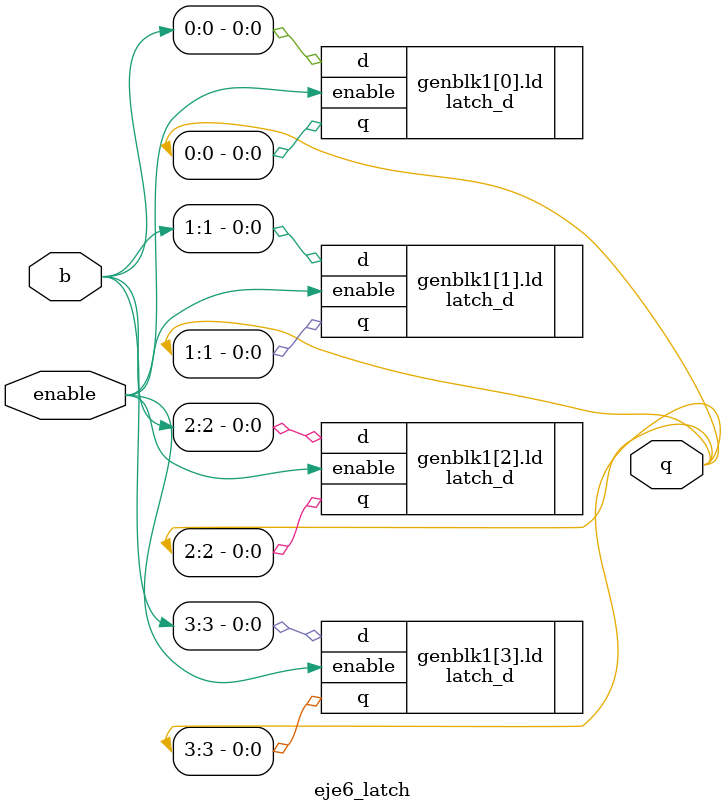
<source format=v>
`include "../eje2/eje2.v"
module eje6_flip_flop(
  input [3:0] b,
  input clk,
  output wire [3:0] q// Inicialización de salida a 0
);
genvar i;
generate
  for(i = 0; i < 4; i = i + 1)begin
    flip_flop_d ffd(
        .clk(clk),
        .d(b[i]),
        .q(q[i])
    );
  end
endgenerate
endmodule

module eje6_latch(
  input[3:0] b,
  input enable,
  output wire [3:0] q
);

genvar j;
generate
  for(j = 0; j < 4; j = j + 1)begin
    latch_d ld(
      .d(b[j]),
      .enable(enable),
      .q(q[j])
    );
  end
endgenerate


endmodule
</source>
